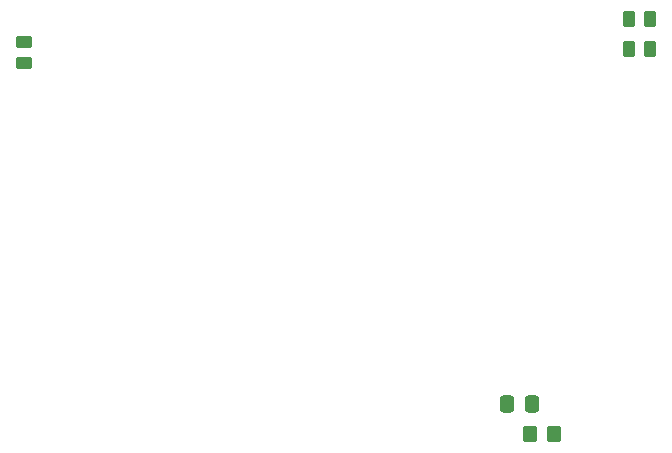
<source format=gbp>
G04 #@! TF.GenerationSoftware,KiCad,Pcbnew,(6.0.1)*
G04 #@! TF.CreationDate,2022-02-06T00:08:44-05:00*
G04 #@! TF.ProjectId,klxecu,6b6c7865-6375-42e6-9b69-6361645f7063,rev?*
G04 #@! TF.SameCoordinates,Original*
G04 #@! TF.FileFunction,Paste,Bot*
G04 #@! TF.FilePolarity,Positive*
%FSLAX46Y46*%
G04 Gerber Fmt 4.6, Leading zero omitted, Abs format (unit mm)*
G04 Created by KiCad (PCBNEW (6.0.1)) date 2022-02-06 00:08:44*
%MOMM*%
%LPD*%
G01*
G04 APERTURE LIST*
G04 Aperture macros list*
%AMRoundRect*
0 Rectangle with rounded corners*
0 $1 Rounding radius*
0 $2 $3 $4 $5 $6 $7 $8 $9 X,Y pos of 4 corners*
0 Add a 4 corners polygon primitive as box body*
4,1,4,$2,$3,$4,$5,$6,$7,$8,$9,$2,$3,0*
0 Add four circle primitives for the rounded corners*
1,1,$1+$1,$2,$3*
1,1,$1+$1,$4,$5*
1,1,$1+$1,$6,$7*
1,1,$1+$1,$8,$9*
0 Add four rect primitives between the rounded corners*
20,1,$1+$1,$2,$3,$4,$5,0*
20,1,$1+$1,$4,$5,$6,$7,0*
20,1,$1+$1,$6,$7,$8,$9,0*
20,1,$1+$1,$8,$9,$2,$3,0*%
G04 Aperture macros list end*
%ADD10RoundRect,0.250000X0.450000X-0.262500X0.450000X0.262500X-0.450000X0.262500X-0.450000X-0.262500X0*%
%ADD11RoundRect,0.250000X-0.350000X-0.450000X0.350000X-0.450000X0.350000X0.450000X-0.350000X0.450000X0*%
%ADD12RoundRect,0.250000X0.262500X0.450000X-0.262500X0.450000X-0.262500X-0.450000X0.262500X-0.450000X0*%
%ADD13RoundRect,0.250000X-0.337500X-0.475000X0.337500X-0.475000X0.337500X0.475000X-0.337500X0.475000X0*%
G04 APERTURE END LIST*
D10*
X39370000Y-77470000D03*
X39370000Y-79295000D03*
D11*
X82185000Y-110692500D03*
X84185000Y-110692500D03*
D12*
X92352500Y-78105000D03*
X90527500Y-78105000D03*
X92352500Y-75565000D03*
X90527500Y-75565000D03*
D13*
X82317500Y-108152500D03*
X80242500Y-108152500D03*
M02*

</source>
